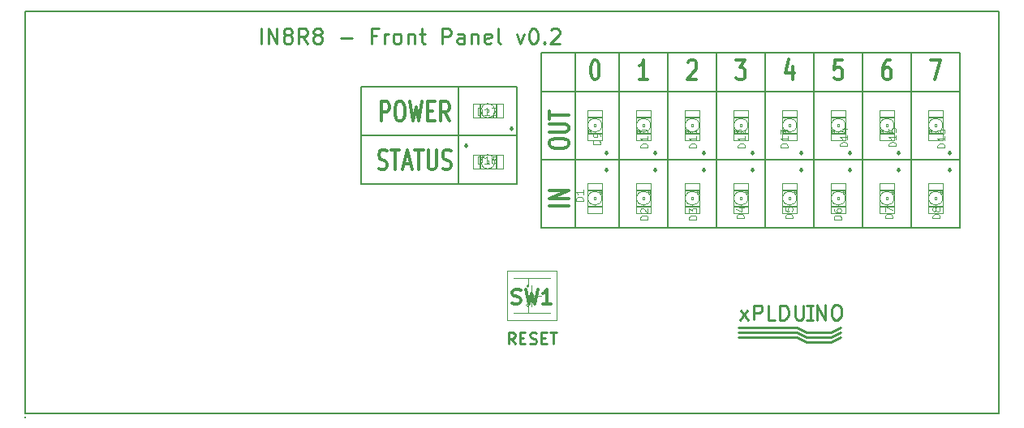
<source format=gto>
G04 (created by PCBNEW (2013-jul-07)-stable) date ven. 28 nov. 2014 16:43:25 CET*
%MOIN*%
G04 Gerber Fmt 3.4, Leading zero omitted, Abs format*
%FSLAX34Y34*%
G01*
G70*
G90*
G04 APERTURE LIST*
%ADD10C,0.00590551*%
%ADD11C,0.00984252*%
%ADD12C,0.00787402*%
%ADD13C,0.012*%
%ADD14C,0.003*%
%ADD15C,0.0026*%
%ADD16C,0.004*%
%ADD17C,0.01*%
%ADD18C,0.0035*%
G04 APERTURE END LIST*
G54D10*
G54D11*
X57850Y-35593D02*
X57887Y-35631D01*
X57850Y-35668D01*
X57812Y-35631D01*
X57850Y-35593D01*
X57850Y-35668D01*
X57850Y-34893D02*
X57887Y-34931D01*
X57850Y-34968D01*
X57812Y-34931D01*
X57850Y-34893D01*
X57850Y-34968D01*
X59850Y-34893D02*
X59887Y-34931D01*
X59850Y-34968D01*
X59812Y-34931D01*
X59850Y-34893D01*
X59850Y-34968D01*
X59850Y-35593D02*
X59887Y-35631D01*
X59850Y-35668D01*
X59812Y-35631D01*
X59850Y-35593D01*
X59850Y-35668D01*
X61850Y-35593D02*
X61887Y-35631D01*
X61850Y-35668D01*
X61812Y-35631D01*
X61850Y-35593D01*
X61850Y-35668D01*
X61850Y-34893D02*
X61887Y-34931D01*
X61850Y-34968D01*
X61812Y-34931D01*
X61850Y-34893D01*
X61850Y-34968D01*
X63850Y-34893D02*
X63887Y-34931D01*
X63850Y-34968D01*
X63812Y-34931D01*
X63850Y-34893D01*
X63850Y-34968D01*
X63850Y-35593D02*
X63887Y-35631D01*
X63850Y-35668D01*
X63812Y-35631D01*
X63850Y-35593D01*
X63850Y-35668D01*
X65850Y-35593D02*
X65887Y-35631D01*
X65850Y-35668D01*
X65812Y-35631D01*
X65850Y-35593D01*
X65850Y-35668D01*
X67850Y-35593D02*
X67887Y-35631D01*
X67850Y-35668D01*
X67812Y-35631D01*
X67850Y-35593D01*
X67850Y-35668D01*
X69850Y-35593D02*
X69887Y-35631D01*
X69850Y-35668D01*
X69812Y-35631D01*
X69850Y-35593D01*
X69850Y-35668D01*
X65850Y-34893D02*
X65887Y-34931D01*
X65850Y-34968D01*
X65812Y-34931D01*
X65850Y-34893D01*
X65850Y-34968D01*
X67850Y-34893D02*
X67887Y-34931D01*
X67850Y-34968D01*
X67812Y-34931D01*
X67850Y-34893D01*
X67850Y-34968D01*
X69850Y-34893D02*
X69887Y-34931D01*
X69850Y-34968D01*
X69812Y-34931D01*
X69850Y-34893D01*
X69850Y-34968D01*
X52100Y-34593D02*
X52137Y-34631D01*
X52100Y-34668D01*
X52062Y-34631D01*
X52100Y-34593D01*
X52100Y-34668D01*
X53950Y-33893D02*
X53987Y-33931D01*
X53950Y-33968D01*
X53912Y-33931D01*
X53950Y-33893D01*
X53950Y-33968D01*
X71950Y-34893D02*
X71987Y-34931D01*
X71950Y-34968D01*
X71912Y-34931D01*
X71950Y-34893D01*
X71950Y-34968D01*
X71950Y-35593D02*
X71987Y-35631D01*
X71950Y-35668D01*
X71912Y-35631D01*
X71950Y-35593D01*
X71950Y-35668D01*
G54D12*
X72200Y-32400D02*
X72400Y-32400D01*
X72200Y-35200D02*
X72400Y-35200D01*
X72400Y-30800D02*
X72200Y-30800D01*
X72400Y-38000D02*
X72400Y-30800D01*
X72200Y-38000D02*
X72400Y-38000D01*
X70400Y-30800D02*
X70400Y-38000D01*
X68400Y-30800D02*
X68400Y-38000D01*
X66400Y-30800D02*
X66400Y-38000D01*
X64400Y-30800D02*
X64400Y-38000D01*
X62400Y-30800D02*
X62400Y-38000D01*
X60400Y-30800D02*
X60400Y-38000D01*
X58400Y-30800D02*
X58400Y-38000D01*
X56600Y-38000D02*
X56600Y-30800D01*
X55200Y-30800D02*
X55200Y-32400D01*
X72200Y-30800D02*
X55200Y-30800D01*
X55200Y-32400D02*
X72200Y-32400D01*
X55200Y-35200D02*
X55200Y-32400D01*
X55200Y-38000D02*
X55200Y-35200D01*
X72200Y-38000D02*
X55200Y-38000D01*
X55200Y-35200D02*
X72200Y-35200D01*
X54200Y-32200D02*
X54200Y-36200D01*
X51800Y-32200D02*
X51800Y-36200D01*
X47800Y-32400D02*
X47800Y-32200D01*
X47800Y-32200D02*
X54200Y-32200D01*
X54200Y-34200D02*
X47800Y-34200D01*
X47800Y-32400D02*
X47800Y-36200D01*
X47800Y-36200D02*
X54200Y-36200D01*
G54D13*
X48514Y-35585D02*
X48600Y-35623D01*
X48742Y-35623D01*
X48800Y-35585D01*
X48828Y-35547D01*
X48857Y-35471D01*
X48857Y-35395D01*
X48828Y-35319D01*
X48800Y-35280D01*
X48742Y-35242D01*
X48628Y-35204D01*
X48571Y-35166D01*
X48542Y-35128D01*
X48514Y-35052D01*
X48514Y-34976D01*
X48542Y-34900D01*
X48571Y-34861D01*
X48628Y-34823D01*
X48771Y-34823D01*
X48857Y-34861D01*
X49028Y-34823D02*
X49371Y-34823D01*
X49200Y-35623D02*
X49200Y-34823D01*
X49542Y-35395D02*
X49828Y-35395D01*
X49485Y-35623D02*
X49685Y-34823D01*
X49885Y-35623D01*
X50000Y-34823D02*
X50342Y-34823D01*
X50171Y-35623D02*
X50171Y-34823D01*
X50542Y-34823D02*
X50542Y-35471D01*
X50571Y-35547D01*
X50600Y-35585D01*
X50657Y-35623D01*
X50771Y-35623D01*
X50828Y-35585D01*
X50857Y-35547D01*
X50885Y-35471D01*
X50885Y-34823D01*
X51142Y-35585D02*
X51228Y-35623D01*
X51371Y-35623D01*
X51428Y-35585D01*
X51457Y-35547D01*
X51485Y-35471D01*
X51485Y-35395D01*
X51457Y-35319D01*
X51428Y-35280D01*
X51371Y-35242D01*
X51257Y-35204D01*
X51200Y-35166D01*
X51171Y-35128D01*
X51142Y-35052D01*
X51142Y-34976D01*
X51171Y-34900D01*
X51200Y-34861D01*
X51257Y-34823D01*
X51400Y-34823D01*
X51485Y-34861D01*
X48614Y-33623D02*
X48614Y-32823D01*
X48842Y-32823D01*
X48900Y-32861D01*
X48928Y-32900D01*
X48957Y-32976D01*
X48957Y-33090D01*
X48928Y-33166D01*
X48900Y-33204D01*
X48842Y-33242D01*
X48614Y-33242D01*
X49328Y-32823D02*
X49442Y-32823D01*
X49500Y-32861D01*
X49557Y-32938D01*
X49585Y-33090D01*
X49585Y-33357D01*
X49557Y-33509D01*
X49500Y-33585D01*
X49442Y-33623D01*
X49328Y-33623D01*
X49271Y-33585D01*
X49214Y-33509D01*
X49185Y-33357D01*
X49185Y-33090D01*
X49214Y-32938D01*
X49271Y-32861D01*
X49328Y-32823D01*
X49785Y-32823D02*
X49928Y-33623D01*
X50042Y-33052D01*
X50157Y-33623D01*
X50300Y-32823D01*
X50528Y-33204D02*
X50728Y-33204D01*
X50814Y-33623D02*
X50528Y-33623D01*
X50528Y-32823D01*
X50814Y-32823D01*
X51414Y-33623D02*
X51214Y-33242D01*
X51071Y-33623D02*
X51071Y-32823D01*
X51300Y-32823D01*
X51357Y-32861D01*
X51385Y-32900D01*
X51414Y-32976D01*
X51414Y-33090D01*
X51385Y-33166D01*
X51357Y-33204D01*
X51300Y-33242D01*
X51071Y-33242D01*
X56323Y-37114D02*
X55523Y-37114D01*
X56323Y-36828D02*
X55523Y-36828D01*
X56323Y-36485D01*
X55523Y-36485D01*
X55523Y-34599D02*
X55523Y-34485D01*
X55561Y-34428D01*
X55638Y-34371D01*
X55790Y-34342D01*
X56057Y-34342D01*
X56209Y-34371D01*
X56285Y-34428D01*
X56323Y-34485D01*
X56323Y-34599D01*
X56285Y-34657D01*
X56209Y-34714D01*
X56057Y-34742D01*
X55790Y-34742D01*
X55638Y-34714D01*
X55561Y-34657D01*
X55523Y-34599D01*
X55523Y-34085D02*
X56171Y-34085D01*
X56247Y-34057D01*
X56285Y-34028D01*
X56323Y-33971D01*
X56323Y-33857D01*
X56285Y-33800D01*
X56247Y-33771D01*
X56171Y-33742D01*
X55523Y-33742D01*
X55523Y-33542D02*
X55523Y-33200D01*
X56323Y-33371D02*
X55523Y-33371D01*
X71200Y-31123D02*
X71600Y-31123D01*
X71342Y-31923D01*
X69514Y-31123D02*
X69400Y-31123D01*
X69342Y-31161D01*
X69314Y-31200D01*
X69257Y-31314D01*
X69228Y-31466D01*
X69228Y-31771D01*
X69257Y-31847D01*
X69285Y-31885D01*
X69342Y-31923D01*
X69457Y-31923D01*
X69514Y-31885D01*
X69542Y-31847D01*
X69571Y-31771D01*
X69571Y-31580D01*
X69542Y-31504D01*
X69514Y-31466D01*
X69457Y-31428D01*
X69342Y-31428D01*
X69285Y-31466D01*
X69257Y-31504D01*
X69228Y-31580D01*
X67542Y-31123D02*
X67257Y-31123D01*
X67228Y-31504D01*
X67257Y-31466D01*
X67314Y-31428D01*
X67457Y-31428D01*
X67514Y-31466D01*
X67542Y-31504D01*
X67571Y-31580D01*
X67571Y-31771D01*
X67542Y-31847D01*
X67514Y-31885D01*
X67457Y-31923D01*
X67314Y-31923D01*
X67257Y-31885D01*
X67228Y-31847D01*
X65514Y-31390D02*
X65514Y-31923D01*
X65371Y-31085D02*
X65228Y-31657D01*
X65600Y-31657D01*
X63200Y-31123D02*
X63571Y-31123D01*
X63371Y-31428D01*
X63457Y-31428D01*
X63514Y-31466D01*
X63542Y-31504D01*
X63571Y-31580D01*
X63571Y-31771D01*
X63542Y-31847D01*
X63514Y-31885D01*
X63457Y-31923D01*
X63285Y-31923D01*
X63228Y-31885D01*
X63200Y-31847D01*
X61228Y-31200D02*
X61257Y-31161D01*
X61314Y-31123D01*
X61457Y-31123D01*
X61514Y-31161D01*
X61542Y-31200D01*
X61571Y-31276D01*
X61571Y-31352D01*
X61542Y-31466D01*
X61200Y-31923D01*
X61571Y-31923D01*
X59571Y-31923D02*
X59228Y-31923D01*
X59400Y-31923D02*
X59400Y-31123D01*
X59342Y-31238D01*
X59285Y-31314D01*
X59228Y-31352D01*
G54D10*
X74000Y-29100D02*
X74000Y-45650D01*
X73400Y-29100D02*
X74000Y-29100D01*
X73400Y-45650D02*
X74000Y-45650D01*
G54D12*
X73400Y-29100D02*
X34000Y-29100D01*
X34000Y-45650D02*
X73400Y-45650D01*
X34000Y-29100D02*
X34000Y-45650D01*
G54D10*
X34000Y-29100D02*
X34000Y-45600D01*
X34000Y-29100D02*
X73400Y-29100D01*
X34000Y-45650D02*
X34000Y-45600D01*
X73400Y-45650D02*
X34000Y-45650D01*
G54D11*
X43680Y-30454D02*
X43680Y-29825D01*
X43980Y-30454D02*
X43980Y-29825D01*
X44340Y-30454D01*
X44340Y-29825D01*
X44730Y-30095D02*
X44670Y-30065D01*
X44640Y-30035D01*
X44610Y-29975D01*
X44610Y-29945D01*
X44640Y-29885D01*
X44670Y-29855D01*
X44730Y-29825D01*
X44850Y-29825D01*
X44910Y-29855D01*
X44940Y-29885D01*
X44970Y-29945D01*
X44970Y-29975D01*
X44940Y-30035D01*
X44910Y-30065D01*
X44850Y-30095D01*
X44730Y-30095D01*
X44670Y-30125D01*
X44640Y-30155D01*
X44610Y-30214D01*
X44610Y-30334D01*
X44640Y-30394D01*
X44670Y-30424D01*
X44730Y-30454D01*
X44850Y-30454D01*
X44910Y-30424D01*
X44940Y-30394D01*
X44970Y-30334D01*
X44970Y-30214D01*
X44940Y-30155D01*
X44910Y-30125D01*
X44850Y-30095D01*
X45600Y-30454D02*
X45390Y-30155D01*
X45240Y-30454D02*
X45240Y-29825D01*
X45480Y-29825D01*
X45540Y-29855D01*
X45570Y-29885D01*
X45600Y-29945D01*
X45600Y-30035D01*
X45570Y-30095D01*
X45540Y-30125D01*
X45480Y-30155D01*
X45240Y-30155D01*
X45960Y-30095D02*
X45900Y-30065D01*
X45870Y-30035D01*
X45840Y-29975D01*
X45840Y-29945D01*
X45870Y-29885D01*
X45900Y-29855D01*
X45960Y-29825D01*
X46080Y-29825D01*
X46140Y-29855D01*
X46170Y-29885D01*
X46200Y-29945D01*
X46200Y-29975D01*
X46170Y-30035D01*
X46140Y-30065D01*
X46080Y-30095D01*
X45960Y-30095D01*
X45900Y-30125D01*
X45870Y-30155D01*
X45840Y-30214D01*
X45840Y-30334D01*
X45870Y-30394D01*
X45900Y-30424D01*
X45960Y-30454D01*
X46080Y-30454D01*
X46140Y-30424D01*
X46170Y-30394D01*
X46200Y-30334D01*
X46200Y-30214D01*
X46170Y-30155D01*
X46140Y-30125D01*
X46080Y-30095D01*
X46950Y-30214D02*
X47430Y-30214D01*
X48420Y-30125D02*
X48210Y-30125D01*
X48210Y-30454D02*
X48210Y-29825D01*
X48510Y-29825D01*
X48750Y-30454D02*
X48750Y-30035D01*
X48750Y-30155D02*
X48780Y-30095D01*
X48810Y-30065D01*
X48870Y-30035D01*
X48930Y-30035D01*
X49230Y-30454D02*
X49170Y-30424D01*
X49140Y-30394D01*
X49110Y-30334D01*
X49110Y-30155D01*
X49140Y-30095D01*
X49170Y-30065D01*
X49230Y-30035D01*
X49320Y-30035D01*
X49380Y-30065D01*
X49410Y-30095D01*
X49440Y-30155D01*
X49440Y-30334D01*
X49410Y-30394D01*
X49380Y-30424D01*
X49320Y-30454D01*
X49230Y-30454D01*
X49710Y-30035D02*
X49710Y-30454D01*
X49710Y-30095D02*
X49740Y-30065D01*
X49800Y-30035D01*
X49889Y-30035D01*
X49949Y-30065D01*
X49979Y-30125D01*
X49979Y-30454D01*
X50189Y-30035D02*
X50429Y-30035D01*
X50279Y-29825D02*
X50279Y-30364D01*
X50309Y-30424D01*
X50369Y-30454D01*
X50429Y-30454D01*
X51119Y-30454D02*
X51119Y-29825D01*
X51359Y-29825D01*
X51419Y-29855D01*
X51449Y-29885D01*
X51479Y-29945D01*
X51479Y-30035D01*
X51449Y-30095D01*
X51419Y-30125D01*
X51359Y-30155D01*
X51119Y-30155D01*
X52019Y-30454D02*
X52019Y-30125D01*
X51989Y-30065D01*
X51929Y-30035D01*
X51809Y-30035D01*
X51749Y-30065D01*
X52019Y-30424D02*
X51959Y-30454D01*
X51809Y-30454D01*
X51749Y-30424D01*
X51719Y-30364D01*
X51719Y-30304D01*
X51749Y-30244D01*
X51809Y-30214D01*
X51959Y-30214D01*
X52019Y-30185D01*
X52319Y-30035D02*
X52319Y-30454D01*
X52319Y-30095D02*
X52349Y-30065D01*
X52409Y-30035D01*
X52499Y-30035D01*
X52559Y-30065D01*
X52589Y-30125D01*
X52589Y-30454D01*
X53129Y-30424D02*
X53069Y-30454D01*
X52949Y-30454D01*
X52889Y-30424D01*
X52859Y-30364D01*
X52859Y-30125D01*
X52889Y-30065D01*
X52949Y-30035D01*
X53069Y-30035D01*
X53129Y-30065D01*
X53159Y-30125D01*
X53159Y-30185D01*
X52859Y-30244D01*
X53519Y-30454D02*
X53459Y-30424D01*
X53429Y-30364D01*
X53429Y-29825D01*
X54179Y-30035D02*
X54329Y-30454D01*
X54479Y-30035D01*
X54839Y-29825D02*
X54899Y-29825D01*
X54959Y-29855D01*
X54989Y-29885D01*
X55019Y-29945D01*
X55049Y-30065D01*
X55049Y-30214D01*
X55019Y-30334D01*
X54989Y-30394D01*
X54959Y-30424D01*
X54899Y-30454D01*
X54839Y-30454D01*
X54779Y-30424D01*
X54749Y-30394D01*
X54719Y-30334D01*
X54689Y-30214D01*
X54689Y-30065D01*
X54719Y-29945D01*
X54749Y-29885D01*
X54779Y-29855D01*
X54839Y-29825D01*
X55319Y-30394D02*
X55349Y-30424D01*
X55319Y-30454D01*
X55289Y-30424D01*
X55319Y-30394D01*
X55319Y-30454D01*
X55589Y-29885D02*
X55619Y-29855D01*
X55679Y-29825D01*
X55829Y-29825D01*
X55889Y-29855D01*
X55919Y-29885D01*
X55949Y-29945D01*
X55949Y-30005D01*
X55919Y-30095D01*
X55559Y-30454D01*
X55949Y-30454D01*
X54113Y-42791D02*
X53956Y-42566D01*
X53843Y-42791D02*
X53843Y-42318D01*
X54023Y-42318D01*
X54068Y-42341D01*
X54091Y-42363D01*
X54113Y-42408D01*
X54113Y-42476D01*
X54091Y-42521D01*
X54068Y-42543D01*
X54023Y-42566D01*
X53843Y-42566D01*
X54316Y-42543D02*
X54473Y-42543D01*
X54541Y-42791D02*
X54316Y-42791D01*
X54316Y-42318D01*
X54541Y-42318D01*
X54721Y-42768D02*
X54788Y-42791D01*
X54901Y-42791D01*
X54946Y-42768D01*
X54968Y-42746D01*
X54991Y-42701D01*
X54991Y-42656D01*
X54968Y-42611D01*
X54946Y-42588D01*
X54901Y-42566D01*
X54811Y-42543D01*
X54766Y-42521D01*
X54743Y-42498D01*
X54721Y-42453D01*
X54721Y-42408D01*
X54743Y-42363D01*
X54766Y-42341D01*
X54811Y-42318D01*
X54923Y-42318D01*
X54991Y-42341D01*
X55193Y-42543D02*
X55351Y-42543D01*
X55418Y-42791D02*
X55193Y-42791D01*
X55193Y-42318D01*
X55418Y-42318D01*
X55553Y-42318D02*
X55823Y-42318D01*
X55688Y-42791D02*
X55688Y-42318D01*
G54D13*
X57371Y-31123D02*
X57428Y-31123D01*
X57485Y-31161D01*
X57514Y-31200D01*
X57542Y-31276D01*
X57571Y-31428D01*
X57571Y-31619D01*
X57542Y-31771D01*
X57514Y-31847D01*
X57485Y-31885D01*
X57428Y-31923D01*
X57371Y-31923D01*
X57314Y-31885D01*
X57285Y-31847D01*
X57257Y-31771D01*
X57228Y-31619D01*
X57228Y-31428D01*
X57257Y-31276D01*
X57285Y-31200D01*
X57314Y-31161D01*
X57371Y-31123D01*
G54D10*
X34000Y-45800D02*
G75*
G03X34000Y-45800I0J0D01*
G74*
G01*
X33999Y-45800D02*
X34000Y-45800D01*
X34000Y-45799D02*
X34000Y-45800D01*
G54D14*
X54643Y-40406D02*
X54643Y-40091D01*
X55548Y-40091D02*
X54052Y-40091D01*
X54643Y-41194D02*
X54643Y-41509D01*
X55548Y-41509D02*
X54052Y-41509D01*
X54698Y-40406D02*
G75*
G03X54698Y-40406I-55J0D01*
G74*
G01*
X54699Y-41194D02*
G75*
G03X54699Y-41194I-56J0D01*
G74*
G01*
X54800Y-40800D02*
X55194Y-40800D01*
X54800Y-41233D02*
X54800Y-40367D01*
X55824Y-41824D02*
X53776Y-41824D01*
X53776Y-41824D02*
X53776Y-39776D01*
X53776Y-39776D02*
X55824Y-39776D01*
X55824Y-39776D02*
X55824Y-41824D01*
G54D15*
X69439Y-36839D02*
X69439Y-36761D01*
X69439Y-36761D02*
X69361Y-36761D01*
X69361Y-36839D02*
X69361Y-36761D01*
X69439Y-36839D02*
X69361Y-36839D01*
X69675Y-36623D02*
X69675Y-36486D01*
X69675Y-36486D02*
X69577Y-36486D01*
X69577Y-36623D02*
X69577Y-36486D01*
X69675Y-36623D02*
X69577Y-36623D01*
X69675Y-36486D02*
X69675Y-36446D01*
X69675Y-36446D02*
X69204Y-36446D01*
X69204Y-36486D02*
X69204Y-36446D01*
X69675Y-36486D02*
X69204Y-36486D01*
X69184Y-36486D02*
X69184Y-36446D01*
X69184Y-36446D02*
X69125Y-36446D01*
X69125Y-36486D02*
X69125Y-36446D01*
X69184Y-36486D02*
X69125Y-36486D01*
X69675Y-37154D02*
X69675Y-37114D01*
X69675Y-37114D02*
X69204Y-37114D01*
X69204Y-37154D02*
X69204Y-37114D01*
X69675Y-37154D02*
X69204Y-37154D01*
X69184Y-37154D02*
X69184Y-37114D01*
X69184Y-37114D02*
X69125Y-37114D01*
X69125Y-37154D02*
X69125Y-37114D01*
X69184Y-37154D02*
X69125Y-37154D01*
X69675Y-36623D02*
X69675Y-36564D01*
X69675Y-36564D02*
X69577Y-36564D01*
X69577Y-36623D02*
X69577Y-36564D01*
X69675Y-36623D02*
X69577Y-36623D01*
G54D16*
X69695Y-36190D02*
X69695Y-37410D01*
X69695Y-37410D02*
X69105Y-37410D01*
X69105Y-37410D02*
X69105Y-36190D01*
X69105Y-36190D02*
X69695Y-36190D01*
X69596Y-37015D02*
G75*
G03X69595Y-36583I-196J215D01*
G74*
G01*
X69203Y-37015D02*
G75*
G03X69595Y-37016I196J215D01*
G74*
G01*
X69203Y-36584D02*
G75*
G03X69204Y-37016I196J-215D01*
G74*
G01*
X69596Y-36584D02*
G75*
G03X69204Y-36583I-196J-215D01*
G74*
G01*
G54D15*
X57439Y-36839D02*
X57439Y-36761D01*
X57439Y-36761D02*
X57361Y-36761D01*
X57361Y-36839D02*
X57361Y-36761D01*
X57439Y-36839D02*
X57361Y-36839D01*
X57675Y-36623D02*
X57675Y-36486D01*
X57675Y-36486D02*
X57577Y-36486D01*
X57577Y-36623D02*
X57577Y-36486D01*
X57675Y-36623D02*
X57577Y-36623D01*
X57675Y-36486D02*
X57675Y-36446D01*
X57675Y-36446D02*
X57204Y-36446D01*
X57204Y-36486D02*
X57204Y-36446D01*
X57675Y-36486D02*
X57204Y-36486D01*
X57184Y-36486D02*
X57184Y-36446D01*
X57184Y-36446D02*
X57125Y-36446D01*
X57125Y-36486D02*
X57125Y-36446D01*
X57184Y-36486D02*
X57125Y-36486D01*
X57675Y-37154D02*
X57675Y-37114D01*
X57675Y-37114D02*
X57204Y-37114D01*
X57204Y-37154D02*
X57204Y-37114D01*
X57675Y-37154D02*
X57204Y-37154D01*
X57184Y-37154D02*
X57184Y-37114D01*
X57184Y-37114D02*
X57125Y-37114D01*
X57125Y-37154D02*
X57125Y-37114D01*
X57184Y-37154D02*
X57125Y-37154D01*
X57675Y-36623D02*
X57675Y-36564D01*
X57675Y-36564D02*
X57577Y-36564D01*
X57577Y-36623D02*
X57577Y-36564D01*
X57675Y-36623D02*
X57577Y-36623D01*
G54D16*
X57695Y-36190D02*
X57695Y-37410D01*
X57695Y-37410D02*
X57105Y-37410D01*
X57105Y-37410D02*
X57105Y-36190D01*
X57105Y-36190D02*
X57695Y-36190D01*
X57596Y-37015D02*
G75*
G03X57595Y-36583I-196J215D01*
G74*
G01*
X57203Y-37015D02*
G75*
G03X57595Y-37016I196J215D01*
G74*
G01*
X57203Y-36584D02*
G75*
G03X57204Y-37016I196J-215D01*
G74*
G01*
X57596Y-36584D02*
G75*
G03X57204Y-36583I-196J-215D01*
G74*
G01*
G54D15*
X59439Y-36839D02*
X59439Y-36761D01*
X59439Y-36761D02*
X59361Y-36761D01*
X59361Y-36839D02*
X59361Y-36761D01*
X59439Y-36839D02*
X59361Y-36839D01*
X59675Y-36623D02*
X59675Y-36486D01*
X59675Y-36486D02*
X59577Y-36486D01*
X59577Y-36623D02*
X59577Y-36486D01*
X59675Y-36623D02*
X59577Y-36623D01*
X59675Y-36486D02*
X59675Y-36446D01*
X59675Y-36446D02*
X59204Y-36446D01*
X59204Y-36486D02*
X59204Y-36446D01*
X59675Y-36486D02*
X59204Y-36486D01*
X59184Y-36486D02*
X59184Y-36446D01*
X59184Y-36446D02*
X59125Y-36446D01*
X59125Y-36486D02*
X59125Y-36446D01*
X59184Y-36486D02*
X59125Y-36486D01*
X59675Y-37154D02*
X59675Y-37114D01*
X59675Y-37114D02*
X59204Y-37114D01*
X59204Y-37154D02*
X59204Y-37114D01*
X59675Y-37154D02*
X59204Y-37154D01*
X59184Y-37154D02*
X59184Y-37114D01*
X59184Y-37114D02*
X59125Y-37114D01*
X59125Y-37154D02*
X59125Y-37114D01*
X59184Y-37154D02*
X59125Y-37154D01*
X59675Y-36623D02*
X59675Y-36564D01*
X59675Y-36564D02*
X59577Y-36564D01*
X59577Y-36623D02*
X59577Y-36564D01*
X59675Y-36623D02*
X59577Y-36623D01*
G54D16*
X59695Y-36190D02*
X59695Y-37410D01*
X59695Y-37410D02*
X59105Y-37410D01*
X59105Y-37410D02*
X59105Y-36190D01*
X59105Y-36190D02*
X59695Y-36190D01*
X59596Y-37015D02*
G75*
G03X59595Y-36583I-196J215D01*
G74*
G01*
X59203Y-37015D02*
G75*
G03X59595Y-37016I196J215D01*
G74*
G01*
X59203Y-36584D02*
G75*
G03X59204Y-37016I196J-215D01*
G74*
G01*
X59596Y-36584D02*
G75*
G03X59204Y-36583I-196J-215D01*
G74*
G01*
G54D15*
X53039Y-35261D02*
X52961Y-35261D01*
X52961Y-35261D02*
X52961Y-35339D01*
X53039Y-35339D02*
X52961Y-35339D01*
X53039Y-35261D02*
X53039Y-35339D01*
X52823Y-35025D02*
X52686Y-35025D01*
X52686Y-35025D02*
X52686Y-35123D01*
X52823Y-35123D02*
X52686Y-35123D01*
X52823Y-35025D02*
X52823Y-35123D01*
X52686Y-35025D02*
X52646Y-35025D01*
X52646Y-35025D02*
X52646Y-35496D01*
X52686Y-35496D02*
X52646Y-35496D01*
X52686Y-35025D02*
X52686Y-35496D01*
X52686Y-35516D02*
X52646Y-35516D01*
X52646Y-35516D02*
X52646Y-35575D01*
X52686Y-35575D02*
X52646Y-35575D01*
X52686Y-35516D02*
X52686Y-35575D01*
X53354Y-35025D02*
X53314Y-35025D01*
X53314Y-35025D02*
X53314Y-35496D01*
X53354Y-35496D02*
X53314Y-35496D01*
X53354Y-35025D02*
X53354Y-35496D01*
X53354Y-35516D02*
X53314Y-35516D01*
X53314Y-35516D02*
X53314Y-35575D01*
X53354Y-35575D02*
X53314Y-35575D01*
X53354Y-35516D02*
X53354Y-35575D01*
X52823Y-35025D02*
X52764Y-35025D01*
X52764Y-35025D02*
X52764Y-35123D01*
X52823Y-35123D02*
X52764Y-35123D01*
X52823Y-35025D02*
X52823Y-35123D01*
G54D16*
X52390Y-35005D02*
X53610Y-35005D01*
X53610Y-35005D02*
X53610Y-35595D01*
X53610Y-35595D02*
X52390Y-35595D01*
X52390Y-35595D02*
X52390Y-35005D01*
X53215Y-35103D02*
G75*
G03X52783Y-35104I-215J-196D01*
G74*
G01*
X53215Y-35496D02*
G75*
G03X53216Y-35104I-215J196D01*
G74*
G01*
X52784Y-35496D02*
G75*
G03X53216Y-35495I215J196D01*
G74*
G01*
X52784Y-35103D02*
G75*
G03X52783Y-35495I215J-196D01*
G74*
G01*
G54D15*
X61439Y-36839D02*
X61439Y-36761D01*
X61439Y-36761D02*
X61361Y-36761D01*
X61361Y-36839D02*
X61361Y-36761D01*
X61439Y-36839D02*
X61361Y-36839D01*
X61675Y-36623D02*
X61675Y-36486D01*
X61675Y-36486D02*
X61577Y-36486D01*
X61577Y-36623D02*
X61577Y-36486D01*
X61675Y-36623D02*
X61577Y-36623D01*
X61675Y-36486D02*
X61675Y-36446D01*
X61675Y-36446D02*
X61204Y-36446D01*
X61204Y-36486D02*
X61204Y-36446D01*
X61675Y-36486D02*
X61204Y-36486D01*
X61184Y-36486D02*
X61184Y-36446D01*
X61184Y-36446D02*
X61125Y-36446D01*
X61125Y-36486D02*
X61125Y-36446D01*
X61184Y-36486D02*
X61125Y-36486D01*
X61675Y-37154D02*
X61675Y-37114D01*
X61675Y-37114D02*
X61204Y-37114D01*
X61204Y-37154D02*
X61204Y-37114D01*
X61675Y-37154D02*
X61204Y-37154D01*
X61184Y-37154D02*
X61184Y-37114D01*
X61184Y-37114D02*
X61125Y-37114D01*
X61125Y-37154D02*
X61125Y-37114D01*
X61184Y-37154D02*
X61125Y-37154D01*
X61675Y-36623D02*
X61675Y-36564D01*
X61675Y-36564D02*
X61577Y-36564D01*
X61577Y-36623D02*
X61577Y-36564D01*
X61675Y-36623D02*
X61577Y-36623D01*
G54D16*
X61695Y-36190D02*
X61695Y-37410D01*
X61695Y-37410D02*
X61105Y-37410D01*
X61105Y-37410D02*
X61105Y-36190D01*
X61105Y-36190D02*
X61695Y-36190D01*
X61596Y-37015D02*
G75*
G03X61595Y-36583I-196J215D01*
G74*
G01*
X61203Y-37015D02*
G75*
G03X61595Y-37016I196J215D01*
G74*
G01*
X61203Y-36584D02*
G75*
G03X61204Y-37016I196J-215D01*
G74*
G01*
X61596Y-36584D02*
G75*
G03X61204Y-36583I-196J-215D01*
G74*
G01*
G54D15*
X52961Y-33239D02*
X53039Y-33239D01*
X53039Y-33239D02*
X53039Y-33161D01*
X52961Y-33161D02*
X53039Y-33161D01*
X52961Y-33239D02*
X52961Y-33161D01*
X53177Y-33475D02*
X53314Y-33475D01*
X53314Y-33475D02*
X53314Y-33377D01*
X53177Y-33377D02*
X53314Y-33377D01*
X53177Y-33475D02*
X53177Y-33377D01*
X53314Y-33475D02*
X53354Y-33475D01*
X53354Y-33475D02*
X53354Y-33004D01*
X53314Y-33004D02*
X53354Y-33004D01*
X53314Y-33475D02*
X53314Y-33004D01*
X53314Y-32984D02*
X53354Y-32984D01*
X53354Y-32984D02*
X53354Y-32925D01*
X53314Y-32925D02*
X53354Y-32925D01*
X53314Y-32984D02*
X53314Y-32925D01*
X52646Y-33475D02*
X52686Y-33475D01*
X52686Y-33475D02*
X52686Y-33004D01*
X52646Y-33004D02*
X52686Y-33004D01*
X52646Y-33475D02*
X52646Y-33004D01*
X52646Y-32984D02*
X52686Y-32984D01*
X52686Y-32984D02*
X52686Y-32925D01*
X52646Y-32925D02*
X52686Y-32925D01*
X52646Y-32984D02*
X52646Y-32925D01*
X53177Y-33475D02*
X53236Y-33475D01*
X53236Y-33475D02*
X53236Y-33377D01*
X53177Y-33377D02*
X53236Y-33377D01*
X53177Y-33475D02*
X53177Y-33377D01*
G54D16*
X53610Y-33495D02*
X52390Y-33495D01*
X52390Y-33495D02*
X52390Y-32905D01*
X52390Y-32905D02*
X53610Y-32905D01*
X53610Y-32905D02*
X53610Y-33495D01*
X52784Y-33396D02*
G75*
G03X53216Y-33395I215J196D01*
G74*
G01*
X52784Y-33003D02*
G75*
G03X52783Y-33395I215J-196D01*
G74*
G01*
X53215Y-33003D02*
G75*
G03X52783Y-33004I-215J-196D01*
G74*
G01*
X53215Y-33396D02*
G75*
G03X53216Y-33004I-215J196D01*
G74*
G01*
G54D15*
X63439Y-36839D02*
X63439Y-36761D01*
X63439Y-36761D02*
X63361Y-36761D01*
X63361Y-36839D02*
X63361Y-36761D01*
X63439Y-36839D02*
X63361Y-36839D01*
X63675Y-36623D02*
X63675Y-36486D01*
X63675Y-36486D02*
X63577Y-36486D01*
X63577Y-36623D02*
X63577Y-36486D01*
X63675Y-36623D02*
X63577Y-36623D01*
X63675Y-36486D02*
X63675Y-36446D01*
X63675Y-36446D02*
X63204Y-36446D01*
X63204Y-36486D02*
X63204Y-36446D01*
X63675Y-36486D02*
X63204Y-36486D01*
X63184Y-36486D02*
X63184Y-36446D01*
X63184Y-36446D02*
X63125Y-36446D01*
X63125Y-36486D02*
X63125Y-36446D01*
X63184Y-36486D02*
X63125Y-36486D01*
X63675Y-37154D02*
X63675Y-37114D01*
X63675Y-37114D02*
X63204Y-37114D01*
X63204Y-37154D02*
X63204Y-37114D01*
X63675Y-37154D02*
X63204Y-37154D01*
X63184Y-37154D02*
X63184Y-37114D01*
X63184Y-37114D02*
X63125Y-37114D01*
X63125Y-37154D02*
X63125Y-37114D01*
X63184Y-37154D02*
X63125Y-37154D01*
X63675Y-36623D02*
X63675Y-36564D01*
X63675Y-36564D02*
X63577Y-36564D01*
X63577Y-36623D02*
X63577Y-36564D01*
X63675Y-36623D02*
X63577Y-36623D01*
G54D16*
X63695Y-36190D02*
X63695Y-37410D01*
X63695Y-37410D02*
X63105Y-37410D01*
X63105Y-37410D02*
X63105Y-36190D01*
X63105Y-36190D02*
X63695Y-36190D01*
X63596Y-37015D02*
G75*
G03X63595Y-36583I-196J215D01*
G74*
G01*
X63203Y-37015D02*
G75*
G03X63595Y-37016I196J215D01*
G74*
G01*
X63203Y-36584D02*
G75*
G03X63204Y-37016I196J-215D01*
G74*
G01*
X63596Y-36584D02*
G75*
G03X63204Y-36583I-196J-215D01*
G74*
G01*
G54D15*
X65439Y-36839D02*
X65439Y-36761D01*
X65439Y-36761D02*
X65361Y-36761D01*
X65361Y-36839D02*
X65361Y-36761D01*
X65439Y-36839D02*
X65361Y-36839D01*
X65675Y-36623D02*
X65675Y-36486D01*
X65675Y-36486D02*
X65577Y-36486D01*
X65577Y-36623D02*
X65577Y-36486D01*
X65675Y-36623D02*
X65577Y-36623D01*
X65675Y-36486D02*
X65675Y-36446D01*
X65675Y-36446D02*
X65204Y-36446D01*
X65204Y-36486D02*
X65204Y-36446D01*
X65675Y-36486D02*
X65204Y-36486D01*
X65184Y-36486D02*
X65184Y-36446D01*
X65184Y-36446D02*
X65125Y-36446D01*
X65125Y-36486D02*
X65125Y-36446D01*
X65184Y-36486D02*
X65125Y-36486D01*
X65675Y-37154D02*
X65675Y-37114D01*
X65675Y-37114D02*
X65204Y-37114D01*
X65204Y-37154D02*
X65204Y-37114D01*
X65675Y-37154D02*
X65204Y-37154D01*
X65184Y-37154D02*
X65184Y-37114D01*
X65184Y-37114D02*
X65125Y-37114D01*
X65125Y-37154D02*
X65125Y-37114D01*
X65184Y-37154D02*
X65125Y-37154D01*
X65675Y-36623D02*
X65675Y-36564D01*
X65675Y-36564D02*
X65577Y-36564D01*
X65577Y-36623D02*
X65577Y-36564D01*
X65675Y-36623D02*
X65577Y-36623D01*
G54D16*
X65695Y-36190D02*
X65695Y-37410D01*
X65695Y-37410D02*
X65105Y-37410D01*
X65105Y-37410D02*
X65105Y-36190D01*
X65105Y-36190D02*
X65695Y-36190D01*
X65596Y-37015D02*
G75*
G03X65595Y-36583I-196J215D01*
G74*
G01*
X65203Y-37015D02*
G75*
G03X65595Y-37016I196J215D01*
G74*
G01*
X65203Y-36584D02*
G75*
G03X65204Y-37016I196J-215D01*
G74*
G01*
X65596Y-36584D02*
G75*
G03X65204Y-36583I-196J-215D01*
G74*
G01*
G54D15*
X67439Y-36839D02*
X67439Y-36761D01*
X67439Y-36761D02*
X67361Y-36761D01*
X67361Y-36839D02*
X67361Y-36761D01*
X67439Y-36839D02*
X67361Y-36839D01*
X67675Y-36623D02*
X67675Y-36486D01*
X67675Y-36486D02*
X67577Y-36486D01*
X67577Y-36623D02*
X67577Y-36486D01*
X67675Y-36623D02*
X67577Y-36623D01*
X67675Y-36486D02*
X67675Y-36446D01*
X67675Y-36446D02*
X67204Y-36446D01*
X67204Y-36486D02*
X67204Y-36446D01*
X67675Y-36486D02*
X67204Y-36486D01*
X67184Y-36486D02*
X67184Y-36446D01*
X67184Y-36446D02*
X67125Y-36446D01*
X67125Y-36486D02*
X67125Y-36446D01*
X67184Y-36486D02*
X67125Y-36486D01*
X67675Y-37154D02*
X67675Y-37114D01*
X67675Y-37114D02*
X67204Y-37114D01*
X67204Y-37154D02*
X67204Y-37114D01*
X67675Y-37154D02*
X67204Y-37154D01*
X67184Y-37154D02*
X67184Y-37114D01*
X67184Y-37114D02*
X67125Y-37114D01*
X67125Y-37154D02*
X67125Y-37114D01*
X67184Y-37154D02*
X67125Y-37154D01*
X67675Y-36623D02*
X67675Y-36564D01*
X67675Y-36564D02*
X67577Y-36564D01*
X67577Y-36623D02*
X67577Y-36564D01*
X67675Y-36623D02*
X67577Y-36623D01*
G54D16*
X67695Y-36190D02*
X67695Y-37410D01*
X67695Y-37410D02*
X67105Y-37410D01*
X67105Y-37410D02*
X67105Y-36190D01*
X67105Y-36190D02*
X67695Y-36190D01*
X67596Y-37015D02*
G75*
G03X67595Y-36583I-196J215D01*
G74*
G01*
X67203Y-37015D02*
G75*
G03X67595Y-37016I196J215D01*
G74*
G01*
X67203Y-36584D02*
G75*
G03X67204Y-37016I196J-215D01*
G74*
G01*
X67596Y-36584D02*
G75*
G03X67204Y-36583I-196J-215D01*
G74*
G01*
G54D15*
X63361Y-33761D02*
X63361Y-33839D01*
X63361Y-33839D02*
X63439Y-33839D01*
X63439Y-33761D02*
X63439Y-33839D01*
X63361Y-33761D02*
X63439Y-33761D01*
X63125Y-33977D02*
X63125Y-34114D01*
X63125Y-34114D02*
X63223Y-34114D01*
X63223Y-33977D02*
X63223Y-34114D01*
X63125Y-33977D02*
X63223Y-33977D01*
X63125Y-34114D02*
X63125Y-34154D01*
X63125Y-34154D02*
X63596Y-34154D01*
X63596Y-34114D02*
X63596Y-34154D01*
X63125Y-34114D02*
X63596Y-34114D01*
X63616Y-34114D02*
X63616Y-34154D01*
X63616Y-34154D02*
X63675Y-34154D01*
X63675Y-34114D02*
X63675Y-34154D01*
X63616Y-34114D02*
X63675Y-34114D01*
X63125Y-33446D02*
X63125Y-33486D01*
X63125Y-33486D02*
X63596Y-33486D01*
X63596Y-33446D02*
X63596Y-33486D01*
X63125Y-33446D02*
X63596Y-33446D01*
X63616Y-33446D02*
X63616Y-33486D01*
X63616Y-33486D02*
X63675Y-33486D01*
X63675Y-33446D02*
X63675Y-33486D01*
X63616Y-33446D02*
X63675Y-33446D01*
X63125Y-33977D02*
X63125Y-34036D01*
X63125Y-34036D02*
X63223Y-34036D01*
X63223Y-33977D02*
X63223Y-34036D01*
X63125Y-33977D02*
X63223Y-33977D01*
G54D16*
X63105Y-34410D02*
X63105Y-33190D01*
X63105Y-33190D02*
X63695Y-33190D01*
X63695Y-33190D02*
X63695Y-34410D01*
X63695Y-34410D02*
X63105Y-34410D01*
X63203Y-33584D02*
G75*
G03X63204Y-34016I196J-215D01*
G74*
G01*
X63596Y-33584D02*
G75*
G03X63204Y-33583I-196J-215D01*
G74*
G01*
X63596Y-34015D02*
G75*
G03X63595Y-33583I-196J215D01*
G74*
G01*
X63203Y-34015D02*
G75*
G03X63595Y-34016I196J215D01*
G74*
G01*
G54D15*
X71439Y-36839D02*
X71439Y-36761D01*
X71439Y-36761D02*
X71361Y-36761D01*
X71361Y-36839D02*
X71361Y-36761D01*
X71439Y-36839D02*
X71361Y-36839D01*
X71675Y-36623D02*
X71675Y-36486D01*
X71675Y-36486D02*
X71577Y-36486D01*
X71577Y-36623D02*
X71577Y-36486D01*
X71675Y-36623D02*
X71577Y-36623D01*
X71675Y-36486D02*
X71675Y-36446D01*
X71675Y-36446D02*
X71204Y-36446D01*
X71204Y-36486D02*
X71204Y-36446D01*
X71675Y-36486D02*
X71204Y-36486D01*
X71184Y-36486D02*
X71184Y-36446D01*
X71184Y-36446D02*
X71125Y-36446D01*
X71125Y-36486D02*
X71125Y-36446D01*
X71184Y-36486D02*
X71125Y-36486D01*
X71675Y-37154D02*
X71675Y-37114D01*
X71675Y-37114D02*
X71204Y-37114D01*
X71204Y-37154D02*
X71204Y-37114D01*
X71675Y-37154D02*
X71204Y-37154D01*
X71184Y-37154D02*
X71184Y-37114D01*
X71184Y-37114D02*
X71125Y-37114D01*
X71125Y-37154D02*
X71125Y-37114D01*
X71184Y-37154D02*
X71125Y-37154D01*
X71675Y-36623D02*
X71675Y-36564D01*
X71675Y-36564D02*
X71577Y-36564D01*
X71577Y-36623D02*
X71577Y-36564D01*
X71675Y-36623D02*
X71577Y-36623D01*
G54D16*
X71695Y-36190D02*
X71695Y-37410D01*
X71695Y-37410D02*
X71105Y-37410D01*
X71105Y-37410D02*
X71105Y-36190D01*
X71105Y-36190D02*
X71695Y-36190D01*
X71596Y-37015D02*
G75*
G03X71595Y-36583I-196J215D01*
G74*
G01*
X71203Y-37015D02*
G75*
G03X71595Y-37016I196J215D01*
G74*
G01*
X71203Y-36584D02*
G75*
G03X71204Y-37016I196J-215D01*
G74*
G01*
X71596Y-36584D02*
G75*
G03X71204Y-36583I-196J-215D01*
G74*
G01*
G54D15*
X57361Y-33761D02*
X57361Y-33839D01*
X57361Y-33839D02*
X57439Y-33839D01*
X57439Y-33761D02*
X57439Y-33839D01*
X57361Y-33761D02*
X57439Y-33761D01*
X57125Y-33977D02*
X57125Y-34114D01*
X57125Y-34114D02*
X57223Y-34114D01*
X57223Y-33977D02*
X57223Y-34114D01*
X57125Y-33977D02*
X57223Y-33977D01*
X57125Y-34114D02*
X57125Y-34154D01*
X57125Y-34154D02*
X57596Y-34154D01*
X57596Y-34114D02*
X57596Y-34154D01*
X57125Y-34114D02*
X57596Y-34114D01*
X57616Y-34114D02*
X57616Y-34154D01*
X57616Y-34154D02*
X57675Y-34154D01*
X57675Y-34114D02*
X57675Y-34154D01*
X57616Y-34114D02*
X57675Y-34114D01*
X57125Y-33446D02*
X57125Y-33486D01*
X57125Y-33486D02*
X57596Y-33486D01*
X57596Y-33446D02*
X57596Y-33486D01*
X57125Y-33446D02*
X57596Y-33446D01*
X57616Y-33446D02*
X57616Y-33486D01*
X57616Y-33486D02*
X57675Y-33486D01*
X57675Y-33446D02*
X57675Y-33486D01*
X57616Y-33446D02*
X57675Y-33446D01*
X57125Y-33977D02*
X57125Y-34036D01*
X57125Y-34036D02*
X57223Y-34036D01*
X57223Y-33977D02*
X57223Y-34036D01*
X57125Y-33977D02*
X57223Y-33977D01*
G54D16*
X57105Y-34410D02*
X57105Y-33190D01*
X57105Y-33190D02*
X57695Y-33190D01*
X57695Y-33190D02*
X57695Y-34410D01*
X57695Y-34410D02*
X57105Y-34410D01*
X57203Y-33584D02*
G75*
G03X57204Y-34016I196J-215D01*
G74*
G01*
X57596Y-33584D02*
G75*
G03X57204Y-33583I-196J-215D01*
G74*
G01*
X57596Y-34015D02*
G75*
G03X57595Y-33583I-196J215D01*
G74*
G01*
X57203Y-34015D02*
G75*
G03X57595Y-34016I196J215D01*
G74*
G01*
G54D15*
X59361Y-33761D02*
X59361Y-33839D01*
X59361Y-33839D02*
X59439Y-33839D01*
X59439Y-33761D02*
X59439Y-33839D01*
X59361Y-33761D02*
X59439Y-33761D01*
X59125Y-33977D02*
X59125Y-34114D01*
X59125Y-34114D02*
X59223Y-34114D01*
X59223Y-33977D02*
X59223Y-34114D01*
X59125Y-33977D02*
X59223Y-33977D01*
X59125Y-34114D02*
X59125Y-34154D01*
X59125Y-34154D02*
X59596Y-34154D01*
X59596Y-34114D02*
X59596Y-34154D01*
X59125Y-34114D02*
X59596Y-34114D01*
X59616Y-34114D02*
X59616Y-34154D01*
X59616Y-34154D02*
X59675Y-34154D01*
X59675Y-34114D02*
X59675Y-34154D01*
X59616Y-34114D02*
X59675Y-34114D01*
X59125Y-33446D02*
X59125Y-33486D01*
X59125Y-33486D02*
X59596Y-33486D01*
X59596Y-33446D02*
X59596Y-33486D01*
X59125Y-33446D02*
X59596Y-33446D01*
X59616Y-33446D02*
X59616Y-33486D01*
X59616Y-33486D02*
X59675Y-33486D01*
X59675Y-33446D02*
X59675Y-33486D01*
X59616Y-33446D02*
X59675Y-33446D01*
X59125Y-33977D02*
X59125Y-34036D01*
X59125Y-34036D02*
X59223Y-34036D01*
X59223Y-33977D02*
X59223Y-34036D01*
X59125Y-33977D02*
X59223Y-33977D01*
G54D16*
X59105Y-34410D02*
X59105Y-33190D01*
X59105Y-33190D02*
X59695Y-33190D01*
X59695Y-33190D02*
X59695Y-34410D01*
X59695Y-34410D02*
X59105Y-34410D01*
X59203Y-33584D02*
G75*
G03X59204Y-34016I196J-215D01*
G74*
G01*
X59596Y-33584D02*
G75*
G03X59204Y-33583I-196J-215D01*
G74*
G01*
X59596Y-34015D02*
G75*
G03X59595Y-33583I-196J215D01*
G74*
G01*
X59203Y-34015D02*
G75*
G03X59595Y-34016I196J215D01*
G74*
G01*
G54D15*
X61361Y-33761D02*
X61361Y-33839D01*
X61361Y-33839D02*
X61439Y-33839D01*
X61439Y-33761D02*
X61439Y-33839D01*
X61361Y-33761D02*
X61439Y-33761D01*
X61125Y-33977D02*
X61125Y-34114D01*
X61125Y-34114D02*
X61223Y-34114D01*
X61223Y-33977D02*
X61223Y-34114D01*
X61125Y-33977D02*
X61223Y-33977D01*
X61125Y-34114D02*
X61125Y-34154D01*
X61125Y-34154D02*
X61596Y-34154D01*
X61596Y-34114D02*
X61596Y-34154D01*
X61125Y-34114D02*
X61596Y-34114D01*
X61616Y-34114D02*
X61616Y-34154D01*
X61616Y-34154D02*
X61675Y-34154D01*
X61675Y-34114D02*
X61675Y-34154D01*
X61616Y-34114D02*
X61675Y-34114D01*
X61125Y-33446D02*
X61125Y-33486D01*
X61125Y-33486D02*
X61596Y-33486D01*
X61596Y-33446D02*
X61596Y-33486D01*
X61125Y-33446D02*
X61596Y-33446D01*
X61616Y-33446D02*
X61616Y-33486D01*
X61616Y-33486D02*
X61675Y-33486D01*
X61675Y-33446D02*
X61675Y-33486D01*
X61616Y-33446D02*
X61675Y-33446D01*
X61125Y-33977D02*
X61125Y-34036D01*
X61125Y-34036D02*
X61223Y-34036D01*
X61223Y-33977D02*
X61223Y-34036D01*
X61125Y-33977D02*
X61223Y-33977D01*
G54D16*
X61105Y-34410D02*
X61105Y-33190D01*
X61105Y-33190D02*
X61695Y-33190D01*
X61695Y-33190D02*
X61695Y-34410D01*
X61695Y-34410D02*
X61105Y-34410D01*
X61203Y-33584D02*
G75*
G03X61204Y-34016I196J-215D01*
G74*
G01*
X61596Y-33584D02*
G75*
G03X61204Y-33583I-196J-215D01*
G74*
G01*
X61596Y-34015D02*
G75*
G03X61595Y-33583I-196J215D01*
G74*
G01*
X61203Y-34015D02*
G75*
G03X61595Y-34016I196J215D01*
G74*
G01*
G54D15*
X71361Y-33761D02*
X71361Y-33839D01*
X71361Y-33839D02*
X71439Y-33839D01*
X71439Y-33761D02*
X71439Y-33839D01*
X71361Y-33761D02*
X71439Y-33761D01*
X71125Y-33977D02*
X71125Y-34114D01*
X71125Y-34114D02*
X71223Y-34114D01*
X71223Y-33977D02*
X71223Y-34114D01*
X71125Y-33977D02*
X71223Y-33977D01*
X71125Y-34114D02*
X71125Y-34154D01*
X71125Y-34154D02*
X71596Y-34154D01*
X71596Y-34114D02*
X71596Y-34154D01*
X71125Y-34114D02*
X71596Y-34114D01*
X71616Y-34114D02*
X71616Y-34154D01*
X71616Y-34154D02*
X71675Y-34154D01*
X71675Y-34114D02*
X71675Y-34154D01*
X71616Y-34114D02*
X71675Y-34114D01*
X71125Y-33446D02*
X71125Y-33486D01*
X71125Y-33486D02*
X71596Y-33486D01*
X71596Y-33446D02*
X71596Y-33486D01*
X71125Y-33446D02*
X71596Y-33446D01*
X71616Y-33446D02*
X71616Y-33486D01*
X71616Y-33486D02*
X71675Y-33486D01*
X71675Y-33446D02*
X71675Y-33486D01*
X71616Y-33446D02*
X71675Y-33446D01*
X71125Y-33977D02*
X71125Y-34036D01*
X71125Y-34036D02*
X71223Y-34036D01*
X71223Y-33977D02*
X71223Y-34036D01*
X71125Y-33977D02*
X71223Y-33977D01*
G54D16*
X71105Y-34410D02*
X71105Y-33190D01*
X71105Y-33190D02*
X71695Y-33190D01*
X71695Y-33190D02*
X71695Y-34410D01*
X71695Y-34410D02*
X71105Y-34410D01*
X71203Y-33584D02*
G75*
G03X71204Y-34016I196J-215D01*
G74*
G01*
X71596Y-33584D02*
G75*
G03X71204Y-33583I-196J-215D01*
G74*
G01*
X71596Y-34015D02*
G75*
G03X71595Y-33583I-196J215D01*
G74*
G01*
X71203Y-34015D02*
G75*
G03X71595Y-34016I196J215D01*
G74*
G01*
G54D15*
X69361Y-33761D02*
X69361Y-33839D01*
X69361Y-33839D02*
X69439Y-33839D01*
X69439Y-33761D02*
X69439Y-33839D01*
X69361Y-33761D02*
X69439Y-33761D01*
X69125Y-33977D02*
X69125Y-34114D01*
X69125Y-34114D02*
X69223Y-34114D01*
X69223Y-33977D02*
X69223Y-34114D01*
X69125Y-33977D02*
X69223Y-33977D01*
X69125Y-34114D02*
X69125Y-34154D01*
X69125Y-34154D02*
X69596Y-34154D01*
X69596Y-34114D02*
X69596Y-34154D01*
X69125Y-34114D02*
X69596Y-34114D01*
X69616Y-34114D02*
X69616Y-34154D01*
X69616Y-34154D02*
X69675Y-34154D01*
X69675Y-34114D02*
X69675Y-34154D01*
X69616Y-34114D02*
X69675Y-34114D01*
X69125Y-33446D02*
X69125Y-33486D01*
X69125Y-33486D02*
X69596Y-33486D01*
X69596Y-33446D02*
X69596Y-33486D01*
X69125Y-33446D02*
X69596Y-33446D01*
X69616Y-33446D02*
X69616Y-33486D01*
X69616Y-33486D02*
X69675Y-33486D01*
X69675Y-33446D02*
X69675Y-33486D01*
X69616Y-33446D02*
X69675Y-33446D01*
X69125Y-33977D02*
X69125Y-34036D01*
X69125Y-34036D02*
X69223Y-34036D01*
X69223Y-33977D02*
X69223Y-34036D01*
X69125Y-33977D02*
X69223Y-33977D01*
G54D16*
X69105Y-34410D02*
X69105Y-33190D01*
X69105Y-33190D02*
X69695Y-33190D01*
X69695Y-33190D02*
X69695Y-34410D01*
X69695Y-34410D02*
X69105Y-34410D01*
X69203Y-33584D02*
G75*
G03X69204Y-34016I196J-215D01*
G74*
G01*
X69596Y-33584D02*
G75*
G03X69204Y-33583I-196J-215D01*
G74*
G01*
X69596Y-34015D02*
G75*
G03X69595Y-33583I-196J215D01*
G74*
G01*
X69203Y-34015D02*
G75*
G03X69595Y-34016I196J215D01*
G74*
G01*
G54D15*
X67361Y-33761D02*
X67361Y-33839D01*
X67361Y-33839D02*
X67439Y-33839D01*
X67439Y-33761D02*
X67439Y-33839D01*
X67361Y-33761D02*
X67439Y-33761D01*
X67125Y-33977D02*
X67125Y-34114D01*
X67125Y-34114D02*
X67223Y-34114D01*
X67223Y-33977D02*
X67223Y-34114D01*
X67125Y-33977D02*
X67223Y-33977D01*
X67125Y-34114D02*
X67125Y-34154D01*
X67125Y-34154D02*
X67596Y-34154D01*
X67596Y-34114D02*
X67596Y-34154D01*
X67125Y-34114D02*
X67596Y-34114D01*
X67616Y-34114D02*
X67616Y-34154D01*
X67616Y-34154D02*
X67675Y-34154D01*
X67675Y-34114D02*
X67675Y-34154D01*
X67616Y-34114D02*
X67675Y-34114D01*
X67125Y-33446D02*
X67125Y-33486D01*
X67125Y-33486D02*
X67596Y-33486D01*
X67596Y-33446D02*
X67596Y-33486D01*
X67125Y-33446D02*
X67596Y-33446D01*
X67616Y-33446D02*
X67616Y-33486D01*
X67616Y-33486D02*
X67675Y-33486D01*
X67675Y-33446D02*
X67675Y-33486D01*
X67616Y-33446D02*
X67675Y-33446D01*
X67125Y-33977D02*
X67125Y-34036D01*
X67125Y-34036D02*
X67223Y-34036D01*
X67223Y-33977D02*
X67223Y-34036D01*
X67125Y-33977D02*
X67223Y-33977D01*
G54D16*
X67105Y-34410D02*
X67105Y-33190D01*
X67105Y-33190D02*
X67695Y-33190D01*
X67695Y-33190D02*
X67695Y-34410D01*
X67695Y-34410D02*
X67105Y-34410D01*
X67203Y-33584D02*
G75*
G03X67204Y-34016I196J-215D01*
G74*
G01*
X67596Y-33584D02*
G75*
G03X67204Y-33583I-196J-215D01*
G74*
G01*
X67596Y-34015D02*
G75*
G03X67595Y-33583I-196J215D01*
G74*
G01*
X67203Y-34015D02*
G75*
G03X67595Y-34016I196J215D01*
G74*
G01*
G54D15*
X65361Y-33761D02*
X65361Y-33839D01*
X65361Y-33839D02*
X65439Y-33839D01*
X65439Y-33761D02*
X65439Y-33839D01*
X65361Y-33761D02*
X65439Y-33761D01*
X65125Y-33977D02*
X65125Y-34114D01*
X65125Y-34114D02*
X65223Y-34114D01*
X65223Y-33977D02*
X65223Y-34114D01*
X65125Y-33977D02*
X65223Y-33977D01*
X65125Y-34114D02*
X65125Y-34154D01*
X65125Y-34154D02*
X65596Y-34154D01*
X65596Y-34114D02*
X65596Y-34154D01*
X65125Y-34114D02*
X65596Y-34114D01*
X65616Y-34114D02*
X65616Y-34154D01*
X65616Y-34154D02*
X65675Y-34154D01*
X65675Y-34114D02*
X65675Y-34154D01*
X65616Y-34114D02*
X65675Y-34114D01*
X65125Y-33446D02*
X65125Y-33486D01*
X65125Y-33486D02*
X65596Y-33486D01*
X65596Y-33446D02*
X65596Y-33486D01*
X65125Y-33446D02*
X65596Y-33446D01*
X65616Y-33446D02*
X65616Y-33486D01*
X65616Y-33486D02*
X65675Y-33486D01*
X65675Y-33446D02*
X65675Y-33486D01*
X65616Y-33446D02*
X65675Y-33446D01*
X65125Y-33977D02*
X65125Y-34036D01*
X65125Y-34036D02*
X65223Y-34036D01*
X65223Y-33977D02*
X65223Y-34036D01*
X65125Y-33977D02*
X65223Y-33977D01*
G54D16*
X65105Y-34410D02*
X65105Y-33190D01*
X65105Y-33190D02*
X65695Y-33190D01*
X65695Y-33190D02*
X65695Y-34410D01*
X65695Y-34410D02*
X65105Y-34410D01*
X65203Y-33584D02*
G75*
G03X65204Y-34016I196J-215D01*
G74*
G01*
X65596Y-33584D02*
G75*
G03X65204Y-33583I-196J-215D01*
G74*
G01*
X65596Y-34015D02*
G75*
G03X65595Y-33583I-196J215D01*
G74*
G01*
X65203Y-34015D02*
G75*
G03X65595Y-34016I196J215D01*
G74*
G01*
G54D17*
X63300Y-42500D02*
X65700Y-42500D01*
X65700Y-42500D02*
X66100Y-42700D01*
X66100Y-42700D02*
X67100Y-42700D01*
X67100Y-42700D02*
X67500Y-42500D01*
X63300Y-42300D02*
X65700Y-42300D01*
X65700Y-42300D02*
X66100Y-42500D01*
X66100Y-42500D02*
X67100Y-42500D01*
X67100Y-42500D02*
X67500Y-42300D01*
X67100Y-42300D02*
X67500Y-42100D01*
X66100Y-42300D02*
X67100Y-42300D01*
X65700Y-42100D02*
X66100Y-42300D01*
X63300Y-42100D02*
X65700Y-42100D01*
X63300Y-42100D02*
X65700Y-42100D01*
X65700Y-42100D02*
X66100Y-42300D01*
X66100Y-42300D02*
X67100Y-42300D01*
X67100Y-42300D02*
X67500Y-42100D01*
X67100Y-42300D02*
X67500Y-42100D01*
X66100Y-42300D02*
X67100Y-42300D01*
X65700Y-42100D02*
X66100Y-42300D01*
X63300Y-42100D02*
X65700Y-42100D01*
X63300Y-42100D02*
X65700Y-42100D01*
X65700Y-42100D02*
X66100Y-42300D01*
X66100Y-42300D02*
X67100Y-42300D01*
X67100Y-42300D02*
X67500Y-42100D01*
X67100Y-42300D02*
X67500Y-42100D01*
X66100Y-42300D02*
X67100Y-42300D01*
X65700Y-42100D02*
X66100Y-42300D01*
X63300Y-42100D02*
X65700Y-42100D01*
X63300Y-42100D02*
X65700Y-42100D01*
X65700Y-42100D02*
X66100Y-42300D01*
X66100Y-42300D02*
X67100Y-42300D01*
X67100Y-42300D02*
X67500Y-42100D01*
X67100Y-42300D02*
X67500Y-42100D01*
X66100Y-42300D02*
X67100Y-42300D01*
X65700Y-42100D02*
X66100Y-42300D01*
X63300Y-42100D02*
X65700Y-42100D01*
X63300Y-42100D02*
X65700Y-42100D01*
X65700Y-42100D02*
X66100Y-42300D01*
X66100Y-42300D02*
X67100Y-42300D01*
X67100Y-42300D02*
X67500Y-42100D01*
X67375Y-41800D02*
X67475Y-41725D01*
X67150Y-41700D02*
X67250Y-41800D01*
X66325Y-41800D02*
X66375Y-41800D01*
X66100Y-41800D02*
X66350Y-41800D01*
X66100Y-41200D02*
X66375Y-41200D01*
X66250Y-41775D02*
X66250Y-41250D01*
X67125Y-41600D02*
X67150Y-41700D01*
X67250Y-41800D02*
X67375Y-41800D01*
X67525Y-41575D02*
X67500Y-41700D01*
X67125Y-41375D02*
X67150Y-41275D01*
X67150Y-41275D02*
X67225Y-41200D01*
X67225Y-41200D02*
X67275Y-41175D01*
X67275Y-41175D02*
X67375Y-41175D01*
X67375Y-41175D02*
X67425Y-41200D01*
X67425Y-41200D02*
X67475Y-41225D01*
X67475Y-41225D02*
X67500Y-41275D01*
X67500Y-41275D02*
X67525Y-41350D01*
X67525Y-41350D02*
X67525Y-41400D01*
X67525Y-41400D02*
X67525Y-41575D01*
X67125Y-41400D02*
X67125Y-41600D01*
X66525Y-41800D02*
X66525Y-41175D01*
X66525Y-41200D02*
X66875Y-41800D01*
X66875Y-41800D02*
X66875Y-41175D01*
X65625Y-41200D02*
X65625Y-41675D01*
X65625Y-41675D02*
X65650Y-41725D01*
X65650Y-41725D02*
X65675Y-41750D01*
X65675Y-41750D02*
X65700Y-41775D01*
X65700Y-41775D02*
X65750Y-41800D01*
X65750Y-41800D02*
X65800Y-41800D01*
X65800Y-41800D02*
X65850Y-41800D01*
X65850Y-41800D02*
X65900Y-41775D01*
X65900Y-41775D02*
X65925Y-41750D01*
X65925Y-41750D02*
X65950Y-41725D01*
X65950Y-41725D02*
X65950Y-41675D01*
X65950Y-41675D02*
X65950Y-41200D01*
X65025Y-41200D02*
X65150Y-41200D01*
X65150Y-41200D02*
X65250Y-41225D01*
X65250Y-41225D02*
X65300Y-41275D01*
X65300Y-41275D02*
X65325Y-41350D01*
X65325Y-41350D02*
X65350Y-41450D01*
X65350Y-41450D02*
X65350Y-41525D01*
X65350Y-41525D02*
X65350Y-41575D01*
X65350Y-41575D02*
X65325Y-41650D01*
X65325Y-41650D02*
X65300Y-41700D01*
X65300Y-41700D02*
X65250Y-41750D01*
X65250Y-41750D02*
X65175Y-41800D01*
X65175Y-41800D02*
X65125Y-41800D01*
X65125Y-41800D02*
X65000Y-41800D01*
X65000Y-41800D02*
X65000Y-41200D01*
X64525Y-41200D02*
X64525Y-41800D01*
X64525Y-41800D02*
X64800Y-41800D01*
X63925Y-41200D02*
X63950Y-41200D01*
X63950Y-41200D02*
X64175Y-41200D01*
X64175Y-41200D02*
X64225Y-41225D01*
X64225Y-41225D02*
X64250Y-41250D01*
X64250Y-41250D02*
X64275Y-41300D01*
X64275Y-41300D02*
X64275Y-41350D01*
X64275Y-41350D02*
X64275Y-41400D01*
X64275Y-41400D02*
X64250Y-41450D01*
X64250Y-41450D02*
X64200Y-41475D01*
X64200Y-41475D02*
X64150Y-41500D01*
X64150Y-41500D02*
X63925Y-41500D01*
X63925Y-41775D02*
X63925Y-41200D01*
X63400Y-41400D02*
X63700Y-41800D01*
X63375Y-41800D02*
X63675Y-41400D01*
G54D13*
X54000Y-41114D02*
X54085Y-41142D01*
X54228Y-41142D01*
X54285Y-41114D01*
X54314Y-41085D01*
X54342Y-41028D01*
X54342Y-40971D01*
X54314Y-40914D01*
X54285Y-40885D01*
X54228Y-40857D01*
X54114Y-40828D01*
X54057Y-40800D01*
X54028Y-40771D01*
X54000Y-40714D01*
X54000Y-40657D01*
X54028Y-40600D01*
X54057Y-40571D01*
X54114Y-40542D01*
X54257Y-40542D01*
X54342Y-40571D01*
X54542Y-40542D02*
X54685Y-41142D01*
X54800Y-40714D01*
X54914Y-41142D01*
X55057Y-40542D01*
X55600Y-41142D02*
X55257Y-41142D01*
X55428Y-41142D02*
X55428Y-40542D01*
X55371Y-40628D01*
X55314Y-40685D01*
X55257Y-40714D01*
G54D18*
X69621Y-37621D02*
X69321Y-37621D01*
X69321Y-37550D01*
X69335Y-37507D01*
X69364Y-37478D01*
X69392Y-37464D01*
X69450Y-37450D01*
X69492Y-37450D01*
X69550Y-37464D01*
X69578Y-37478D01*
X69607Y-37507D01*
X69621Y-37550D01*
X69621Y-37621D01*
X69321Y-37350D02*
X69321Y-37150D01*
X69621Y-37278D01*
X56921Y-36921D02*
X56621Y-36921D01*
X56621Y-36850D01*
X56635Y-36807D01*
X56664Y-36778D01*
X56692Y-36764D01*
X56750Y-36750D01*
X56792Y-36750D01*
X56850Y-36764D01*
X56878Y-36778D01*
X56907Y-36807D01*
X56921Y-36850D01*
X56921Y-36921D01*
X56921Y-36464D02*
X56921Y-36635D01*
X56921Y-36550D02*
X56621Y-36550D01*
X56664Y-36578D01*
X56692Y-36607D01*
X56707Y-36635D01*
X59571Y-37671D02*
X59271Y-37671D01*
X59271Y-37600D01*
X59285Y-37557D01*
X59314Y-37528D01*
X59342Y-37514D01*
X59400Y-37500D01*
X59442Y-37500D01*
X59500Y-37514D01*
X59528Y-37528D01*
X59557Y-37557D01*
X59571Y-37600D01*
X59571Y-37671D01*
X59300Y-37385D02*
X59285Y-37371D01*
X59271Y-37342D01*
X59271Y-37271D01*
X59285Y-37242D01*
X59300Y-37228D01*
X59328Y-37214D01*
X59357Y-37214D01*
X59400Y-37228D01*
X59571Y-37400D01*
X59571Y-37214D01*
X52585Y-35371D02*
X52585Y-35071D01*
X52657Y-35071D01*
X52700Y-35085D01*
X52728Y-35114D01*
X52742Y-35142D01*
X52757Y-35200D01*
X52757Y-35242D01*
X52742Y-35300D01*
X52728Y-35328D01*
X52700Y-35357D01*
X52657Y-35371D01*
X52585Y-35371D01*
X53042Y-35371D02*
X52871Y-35371D01*
X52957Y-35371D02*
X52957Y-35071D01*
X52928Y-35114D01*
X52900Y-35142D01*
X52871Y-35157D01*
X53214Y-35200D02*
X53185Y-35185D01*
X53171Y-35171D01*
X53157Y-35142D01*
X53157Y-35128D01*
X53171Y-35100D01*
X53185Y-35085D01*
X53214Y-35071D01*
X53271Y-35071D01*
X53300Y-35085D01*
X53314Y-35100D01*
X53328Y-35128D01*
X53328Y-35142D01*
X53314Y-35171D01*
X53300Y-35185D01*
X53271Y-35200D01*
X53214Y-35200D01*
X53185Y-35214D01*
X53171Y-35228D01*
X53157Y-35257D01*
X53157Y-35314D01*
X53171Y-35342D01*
X53185Y-35357D01*
X53214Y-35371D01*
X53271Y-35371D01*
X53300Y-35357D01*
X53314Y-35342D01*
X53328Y-35314D01*
X53328Y-35257D01*
X53314Y-35228D01*
X53300Y-35214D01*
X53271Y-35200D01*
X61571Y-37671D02*
X61271Y-37671D01*
X61271Y-37600D01*
X61285Y-37557D01*
X61314Y-37528D01*
X61342Y-37514D01*
X61400Y-37500D01*
X61442Y-37500D01*
X61500Y-37514D01*
X61528Y-37528D01*
X61557Y-37557D01*
X61571Y-37600D01*
X61571Y-37671D01*
X61271Y-37400D02*
X61271Y-37214D01*
X61385Y-37314D01*
X61385Y-37271D01*
X61400Y-37242D01*
X61414Y-37228D01*
X61442Y-37214D01*
X61514Y-37214D01*
X61542Y-37228D01*
X61557Y-37242D01*
X61571Y-37271D01*
X61571Y-37357D01*
X61557Y-37385D01*
X61542Y-37400D01*
X52585Y-33371D02*
X52585Y-33071D01*
X52657Y-33071D01*
X52700Y-33085D01*
X52728Y-33114D01*
X52742Y-33142D01*
X52757Y-33200D01*
X52757Y-33242D01*
X52742Y-33300D01*
X52728Y-33328D01*
X52700Y-33357D01*
X52657Y-33371D01*
X52585Y-33371D01*
X53042Y-33371D02*
X52871Y-33371D01*
X52957Y-33371D02*
X52957Y-33071D01*
X52928Y-33114D01*
X52900Y-33142D01*
X52871Y-33157D01*
X53142Y-33071D02*
X53342Y-33071D01*
X53214Y-33371D01*
X63521Y-37621D02*
X63221Y-37621D01*
X63221Y-37550D01*
X63235Y-37507D01*
X63264Y-37478D01*
X63292Y-37464D01*
X63350Y-37450D01*
X63392Y-37450D01*
X63450Y-37464D01*
X63478Y-37478D01*
X63507Y-37507D01*
X63521Y-37550D01*
X63521Y-37621D01*
X63321Y-37192D02*
X63521Y-37192D01*
X63207Y-37264D02*
X63421Y-37335D01*
X63421Y-37150D01*
X65521Y-37621D02*
X65221Y-37621D01*
X65221Y-37550D01*
X65235Y-37507D01*
X65264Y-37478D01*
X65292Y-37464D01*
X65350Y-37450D01*
X65392Y-37450D01*
X65450Y-37464D01*
X65478Y-37478D01*
X65507Y-37507D01*
X65521Y-37550D01*
X65521Y-37621D01*
X65221Y-37178D02*
X65221Y-37321D01*
X65364Y-37335D01*
X65350Y-37321D01*
X65335Y-37292D01*
X65335Y-37221D01*
X65350Y-37192D01*
X65364Y-37178D01*
X65392Y-37164D01*
X65464Y-37164D01*
X65492Y-37178D01*
X65507Y-37192D01*
X65521Y-37221D01*
X65521Y-37292D01*
X65507Y-37321D01*
X65492Y-37335D01*
X67521Y-37671D02*
X67221Y-37671D01*
X67221Y-37600D01*
X67235Y-37557D01*
X67264Y-37528D01*
X67292Y-37514D01*
X67350Y-37500D01*
X67392Y-37500D01*
X67450Y-37514D01*
X67478Y-37528D01*
X67507Y-37557D01*
X67521Y-37600D01*
X67521Y-37671D01*
X67221Y-37242D02*
X67221Y-37300D01*
X67235Y-37328D01*
X67250Y-37342D01*
X67292Y-37371D01*
X67350Y-37385D01*
X67464Y-37385D01*
X67492Y-37371D01*
X67507Y-37357D01*
X67521Y-37328D01*
X67521Y-37271D01*
X67507Y-37242D01*
X67492Y-37228D01*
X67464Y-37214D01*
X67392Y-37214D01*
X67364Y-37228D01*
X67350Y-37242D01*
X67335Y-37271D01*
X67335Y-37328D01*
X67350Y-37357D01*
X67364Y-37371D01*
X67392Y-37385D01*
X63571Y-34714D02*
X63271Y-34714D01*
X63271Y-34642D01*
X63285Y-34600D01*
X63314Y-34571D01*
X63342Y-34557D01*
X63400Y-34542D01*
X63442Y-34542D01*
X63500Y-34557D01*
X63528Y-34571D01*
X63557Y-34600D01*
X63571Y-34642D01*
X63571Y-34714D01*
X63571Y-34257D02*
X63571Y-34428D01*
X63571Y-34342D02*
X63271Y-34342D01*
X63314Y-34371D01*
X63342Y-34400D01*
X63357Y-34428D01*
X63300Y-34142D02*
X63285Y-34128D01*
X63271Y-34100D01*
X63271Y-34028D01*
X63285Y-34000D01*
X63300Y-33985D01*
X63328Y-33971D01*
X63357Y-33971D01*
X63400Y-33985D01*
X63571Y-34157D01*
X63571Y-33971D01*
X71571Y-37621D02*
X71271Y-37621D01*
X71271Y-37550D01*
X71285Y-37507D01*
X71314Y-37478D01*
X71342Y-37464D01*
X71400Y-37450D01*
X71442Y-37450D01*
X71500Y-37464D01*
X71528Y-37478D01*
X71557Y-37507D01*
X71571Y-37550D01*
X71571Y-37621D01*
X71400Y-37278D02*
X71385Y-37307D01*
X71371Y-37321D01*
X71342Y-37335D01*
X71328Y-37335D01*
X71300Y-37321D01*
X71285Y-37307D01*
X71271Y-37278D01*
X71271Y-37221D01*
X71285Y-37192D01*
X71300Y-37178D01*
X71328Y-37164D01*
X71342Y-37164D01*
X71371Y-37178D01*
X71385Y-37192D01*
X71400Y-37221D01*
X71400Y-37278D01*
X71414Y-37307D01*
X71428Y-37321D01*
X71457Y-37335D01*
X71514Y-37335D01*
X71542Y-37321D01*
X71557Y-37307D01*
X71571Y-37278D01*
X71571Y-37221D01*
X71557Y-37192D01*
X71542Y-37178D01*
X71514Y-37164D01*
X71457Y-37164D01*
X71428Y-37178D01*
X71414Y-37192D01*
X71400Y-37221D01*
X57621Y-34571D02*
X57321Y-34571D01*
X57321Y-34500D01*
X57335Y-34457D01*
X57364Y-34428D01*
X57392Y-34414D01*
X57450Y-34400D01*
X57492Y-34400D01*
X57550Y-34414D01*
X57578Y-34428D01*
X57607Y-34457D01*
X57621Y-34500D01*
X57621Y-34571D01*
X57621Y-34257D02*
X57621Y-34200D01*
X57607Y-34171D01*
X57592Y-34157D01*
X57550Y-34128D01*
X57492Y-34114D01*
X57378Y-34114D01*
X57350Y-34128D01*
X57335Y-34142D01*
X57321Y-34171D01*
X57321Y-34228D01*
X57335Y-34257D01*
X57350Y-34271D01*
X57378Y-34285D01*
X57450Y-34285D01*
X57478Y-34271D01*
X57492Y-34257D01*
X57507Y-34228D01*
X57507Y-34171D01*
X57492Y-34142D01*
X57478Y-34128D01*
X57450Y-34114D01*
X59571Y-34714D02*
X59271Y-34714D01*
X59271Y-34642D01*
X59285Y-34600D01*
X59314Y-34571D01*
X59342Y-34557D01*
X59400Y-34542D01*
X59442Y-34542D01*
X59500Y-34557D01*
X59528Y-34571D01*
X59557Y-34600D01*
X59571Y-34642D01*
X59571Y-34714D01*
X59571Y-34257D02*
X59571Y-34428D01*
X59571Y-34342D02*
X59271Y-34342D01*
X59314Y-34371D01*
X59342Y-34400D01*
X59357Y-34428D01*
X59271Y-34071D02*
X59271Y-34042D01*
X59285Y-34014D01*
X59300Y-34000D01*
X59328Y-33985D01*
X59385Y-33971D01*
X59457Y-33971D01*
X59514Y-33985D01*
X59542Y-34000D01*
X59557Y-34014D01*
X59571Y-34042D01*
X59571Y-34071D01*
X59557Y-34100D01*
X59542Y-34114D01*
X59514Y-34128D01*
X59457Y-34142D01*
X59385Y-34142D01*
X59328Y-34128D01*
X59300Y-34114D01*
X59285Y-34100D01*
X59271Y-34071D01*
X61571Y-34714D02*
X61271Y-34714D01*
X61271Y-34642D01*
X61285Y-34600D01*
X61314Y-34571D01*
X61342Y-34557D01*
X61400Y-34542D01*
X61442Y-34542D01*
X61500Y-34557D01*
X61528Y-34571D01*
X61557Y-34600D01*
X61571Y-34642D01*
X61571Y-34714D01*
X61571Y-34257D02*
X61571Y-34428D01*
X61571Y-34342D02*
X61271Y-34342D01*
X61314Y-34371D01*
X61342Y-34400D01*
X61357Y-34428D01*
X61571Y-33971D02*
X61571Y-34142D01*
X61571Y-34057D02*
X61271Y-34057D01*
X61314Y-34085D01*
X61342Y-34114D01*
X61357Y-34142D01*
X71771Y-34714D02*
X71471Y-34714D01*
X71471Y-34642D01*
X71485Y-34600D01*
X71514Y-34571D01*
X71542Y-34557D01*
X71600Y-34542D01*
X71642Y-34542D01*
X71700Y-34557D01*
X71728Y-34571D01*
X71757Y-34600D01*
X71771Y-34642D01*
X71771Y-34714D01*
X71771Y-34257D02*
X71771Y-34428D01*
X71771Y-34342D02*
X71471Y-34342D01*
X71514Y-34371D01*
X71542Y-34400D01*
X71557Y-34428D01*
X71471Y-34000D02*
X71471Y-34057D01*
X71485Y-34085D01*
X71500Y-34100D01*
X71542Y-34128D01*
X71600Y-34142D01*
X71714Y-34142D01*
X71742Y-34128D01*
X71757Y-34114D01*
X71771Y-34085D01*
X71771Y-34028D01*
X71757Y-34000D01*
X71742Y-33985D01*
X71714Y-33971D01*
X71642Y-33971D01*
X71614Y-33985D01*
X71600Y-34000D01*
X71585Y-34028D01*
X71585Y-34085D01*
X71600Y-34114D01*
X71614Y-34128D01*
X71642Y-34142D01*
X69771Y-34664D02*
X69471Y-34664D01*
X69471Y-34592D01*
X69485Y-34550D01*
X69514Y-34521D01*
X69542Y-34507D01*
X69600Y-34492D01*
X69642Y-34492D01*
X69700Y-34507D01*
X69728Y-34521D01*
X69757Y-34550D01*
X69771Y-34592D01*
X69771Y-34664D01*
X69771Y-34207D02*
X69771Y-34378D01*
X69771Y-34292D02*
X69471Y-34292D01*
X69514Y-34321D01*
X69542Y-34350D01*
X69557Y-34378D01*
X69471Y-33935D02*
X69471Y-34078D01*
X69614Y-34092D01*
X69600Y-34078D01*
X69585Y-34050D01*
X69585Y-33978D01*
X69600Y-33950D01*
X69614Y-33935D01*
X69642Y-33921D01*
X69714Y-33921D01*
X69742Y-33935D01*
X69757Y-33950D01*
X69771Y-33978D01*
X69771Y-34050D01*
X69757Y-34078D01*
X69742Y-34092D01*
X67771Y-34664D02*
X67471Y-34664D01*
X67471Y-34592D01*
X67485Y-34550D01*
X67514Y-34521D01*
X67542Y-34507D01*
X67600Y-34492D01*
X67642Y-34492D01*
X67700Y-34507D01*
X67728Y-34521D01*
X67757Y-34550D01*
X67771Y-34592D01*
X67771Y-34664D01*
X67771Y-34207D02*
X67771Y-34378D01*
X67771Y-34292D02*
X67471Y-34292D01*
X67514Y-34321D01*
X67542Y-34350D01*
X67557Y-34378D01*
X67571Y-33950D02*
X67771Y-33950D01*
X67457Y-34021D02*
X67671Y-34092D01*
X67671Y-33907D01*
X65321Y-34714D02*
X65021Y-34714D01*
X65021Y-34642D01*
X65035Y-34600D01*
X65064Y-34571D01*
X65092Y-34557D01*
X65150Y-34542D01*
X65192Y-34542D01*
X65250Y-34557D01*
X65278Y-34571D01*
X65307Y-34600D01*
X65321Y-34642D01*
X65321Y-34714D01*
X65321Y-34257D02*
X65321Y-34428D01*
X65321Y-34342D02*
X65021Y-34342D01*
X65064Y-34371D01*
X65092Y-34400D01*
X65107Y-34428D01*
X65021Y-34157D02*
X65021Y-33971D01*
X65135Y-34071D01*
X65135Y-34028D01*
X65150Y-34000D01*
X65164Y-33985D01*
X65192Y-33971D01*
X65264Y-33971D01*
X65292Y-33985D01*
X65307Y-34000D01*
X65321Y-34028D01*
X65321Y-34114D01*
X65307Y-34142D01*
X65292Y-34157D01*
M02*

</source>
